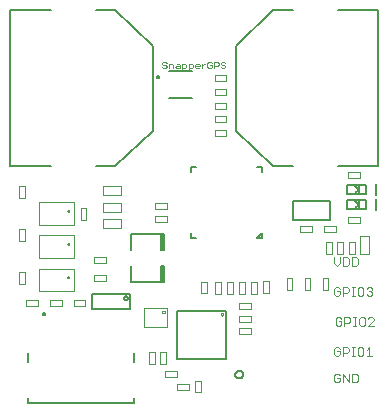
<source format=gbr>
G04 EAGLE Gerber RS-274X export*
G75*
%MOMM*%
%FSLAX34Y34*%
%LPD*%
%INSilkscreen Top*%
%IPPOS*%
%AMOC8*
5,1,8,0,0,1.08239X$1,22.5*%
G01*
%ADD10C,0.050800*%
%ADD11C,0.076200*%
%ADD12C,0.127000*%
%ADD13C,0.203200*%
%ADD14C,0.100000*%
%ADD15C,0.152400*%
%ADD16C,0.200000*%
%ADD17C,0.101600*%


D10*
X133619Y292745D02*
X132687Y293677D01*
X130822Y293677D01*
X129890Y292745D01*
X129890Y291813D01*
X130822Y290881D01*
X132687Y290881D01*
X133619Y289948D01*
X133619Y289016D01*
X132687Y288084D01*
X130822Y288084D01*
X129890Y289016D01*
X135503Y288084D02*
X135503Y291813D01*
X138300Y291813D01*
X139232Y290881D01*
X139232Y288084D01*
X142049Y291813D02*
X143913Y291813D01*
X144845Y290881D01*
X144845Y288084D01*
X142049Y288084D01*
X141116Y289016D01*
X142049Y289948D01*
X144845Y289948D01*
X146729Y291813D02*
X146729Y286220D01*
X146729Y291813D02*
X149526Y291813D01*
X150458Y290881D01*
X150458Y289016D01*
X149526Y288084D01*
X146729Y288084D01*
X152343Y286220D02*
X152343Y291813D01*
X155139Y291813D01*
X156071Y290881D01*
X156071Y289016D01*
X155139Y288084D01*
X152343Y288084D01*
X158888Y288084D02*
X160752Y288084D01*
X158888Y288084D02*
X157956Y289016D01*
X157956Y290881D01*
X158888Y291813D01*
X160752Y291813D01*
X161684Y290881D01*
X161684Y289948D01*
X157956Y289948D01*
X163569Y288084D02*
X163569Y291813D01*
X165433Y291813D02*
X163569Y289948D01*
X165433Y291813D02*
X166365Y291813D01*
X171043Y293677D02*
X171975Y292745D01*
X171043Y293677D02*
X169178Y293677D01*
X168246Y292745D01*
X168246Y289016D01*
X169178Y288084D01*
X171043Y288084D01*
X171975Y289016D01*
X171975Y290881D01*
X170111Y290881D01*
X173859Y288084D02*
X173859Y293677D01*
X176656Y293677D01*
X177588Y292745D01*
X177588Y290881D01*
X176656Y289948D01*
X173859Y289948D01*
X182269Y293677D02*
X183201Y292745D01*
X182269Y293677D02*
X180405Y293677D01*
X179473Y292745D01*
X179473Y291813D01*
X180405Y290881D01*
X182269Y290881D01*
X183201Y289948D01*
X183201Y289016D01*
X182269Y288084D01*
X180405Y288084D01*
X179473Y289016D01*
D11*
X279151Y29597D02*
X280380Y28369D01*
X279151Y29597D02*
X276694Y29597D01*
X275465Y28369D01*
X275465Y23454D01*
X276694Y22225D01*
X279151Y22225D01*
X280380Y23454D01*
X280380Y25911D01*
X277922Y25911D01*
X282949Y22225D02*
X282949Y29597D01*
X287864Y22225D01*
X287864Y29597D01*
X290433Y29597D02*
X290433Y22225D01*
X294119Y22225D01*
X295348Y23454D01*
X295348Y28369D01*
X294119Y29597D01*
X290433Y29597D01*
X280380Y101569D02*
X279151Y102797D01*
X276694Y102797D01*
X275465Y101569D01*
X275465Y96654D01*
X276694Y95425D01*
X279151Y95425D01*
X280380Y96654D01*
X280380Y99111D01*
X277922Y99111D01*
X282949Y95425D02*
X282949Y102797D01*
X286635Y102797D01*
X287864Y101569D01*
X287864Y99111D01*
X286635Y97882D01*
X282949Y97882D01*
X290433Y95425D02*
X292891Y95425D01*
X291662Y95425D02*
X291662Y102797D01*
X290433Y102797D02*
X292891Y102797D01*
X296651Y102797D02*
X299109Y102797D01*
X296651Y102797D02*
X295423Y101569D01*
X295423Y96654D01*
X296651Y95425D01*
X299109Y95425D01*
X300338Y96654D01*
X300338Y101569D01*
X299109Y102797D01*
X302907Y101569D02*
X304136Y102797D01*
X306593Y102797D01*
X307822Y101569D01*
X307822Y100340D01*
X306593Y99111D01*
X305364Y99111D01*
X306593Y99111D02*
X307822Y97882D01*
X307822Y96654D01*
X306593Y95425D01*
X304136Y95425D01*
X302907Y96654D01*
X279151Y51997D02*
X280380Y50769D01*
X279151Y51997D02*
X276694Y51997D01*
X275465Y50769D01*
X275465Y45854D01*
X276694Y44625D01*
X279151Y44625D01*
X280380Y45854D01*
X280380Y48311D01*
X277922Y48311D01*
X282949Y44625D02*
X282949Y51997D01*
X286635Y51997D01*
X287864Y50769D01*
X287864Y48311D01*
X286635Y47082D01*
X282949Y47082D01*
X290433Y44625D02*
X292891Y44625D01*
X291662Y44625D02*
X291662Y51997D01*
X290433Y51997D02*
X292891Y51997D01*
X296651Y51997D02*
X299109Y51997D01*
X296651Y51997D02*
X295423Y50769D01*
X295423Y45854D01*
X296651Y44625D01*
X299109Y44625D01*
X300338Y45854D01*
X300338Y50769D01*
X299109Y51997D01*
X302907Y49540D02*
X305364Y51997D01*
X305364Y44625D01*
X302907Y44625D02*
X307822Y44625D01*
X281650Y76169D02*
X280421Y77397D01*
X277964Y77397D01*
X276735Y76169D01*
X276735Y71254D01*
X277964Y70025D01*
X280421Y70025D01*
X281650Y71254D01*
X281650Y73711D01*
X279192Y73711D01*
X284219Y70025D02*
X284219Y77397D01*
X287905Y77397D01*
X289134Y76169D01*
X289134Y73711D01*
X287905Y72482D01*
X284219Y72482D01*
X291703Y70025D02*
X294161Y70025D01*
X292932Y70025D02*
X292932Y77397D01*
X291703Y77397D02*
X294161Y77397D01*
X297921Y77397D02*
X300379Y77397D01*
X297921Y77397D02*
X296693Y76169D01*
X296693Y71254D01*
X297921Y70025D01*
X300379Y70025D01*
X301608Y71254D01*
X301608Y76169D01*
X300379Y77397D01*
X304177Y70025D02*
X309092Y70025D01*
X304177Y70025D02*
X309092Y74940D01*
X309092Y76169D01*
X307863Y77397D01*
X305406Y77397D01*
X304177Y76169D01*
X275465Y123282D02*
X275465Y128197D01*
X275465Y123282D02*
X277922Y120825D01*
X280380Y123282D01*
X280380Y128197D01*
X282949Y128197D02*
X282949Y120825D01*
X286635Y120825D01*
X287864Y122054D01*
X287864Y126969D01*
X286635Y128197D01*
X282949Y128197D01*
X290433Y128197D02*
X290433Y120825D01*
X294119Y120825D01*
X295348Y122054D01*
X295348Y126969D01*
X294119Y128197D01*
X290433Y128197D01*
X215044Y108106D02*
X215044Y98106D01*
X215044Y108106D02*
X220044Y108106D01*
X220044Y98106D01*
X215044Y98106D01*
X94690Y180650D02*
X79490Y180650D01*
X79490Y188250D01*
X94690Y188250D01*
X94690Y180650D01*
X209900Y106995D02*
X209900Y96995D01*
X204900Y96995D01*
X204900Y106995D01*
X209900Y106995D01*
X268480Y130820D02*
X268480Y140820D01*
X273480Y140820D01*
X273480Y130820D01*
X268480Y130820D01*
X277640Y130820D02*
X277640Y140820D01*
X282640Y140820D01*
X282640Y130820D01*
X277640Y130820D01*
X297700Y131180D02*
X297700Y146380D01*
X305300Y146380D01*
X305300Y131180D01*
X297700Y131180D01*
X199740Y106995D02*
X199740Y96995D01*
X194740Y96995D01*
X194740Y106995D01*
X199740Y106995D01*
X287800Y130820D02*
X287800Y140820D01*
X292800Y140820D01*
X292800Y130820D01*
X287800Y130820D01*
X94690Y166315D02*
X79490Y166315D01*
X79490Y173915D01*
X94690Y173915D01*
X94690Y166315D01*
X94690Y152980D02*
X79490Y152980D01*
X79490Y160580D01*
X94690Y160580D01*
X94690Y152980D01*
X246476Y154673D02*
X256476Y154673D01*
X256476Y149673D01*
X246476Y149673D01*
X246476Y154673D01*
X266916Y149633D02*
X276916Y149633D01*
X266916Y149633D02*
X266916Y154633D01*
X276916Y154633D01*
X276916Y149633D01*
D12*
X240262Y159437D02*
X240262Y175437D01*
X272262Y175437D01*
X272262Y159437D01*
X240262Y159437D01*
D13*
X214440Y144560D02*
X210456Y144560D01*
X214440Y144560D02*
X214440Y148544D01*
X158424Y144560D02*
X154440Y144560D01*
X154440Y148544D01*
X154440Y204560D02*
X158424Y204560D01*
X154440Y204560D02*
X154440Y200576D01*
X210456Y204560D02*
X214440Y204560D01*
X214440Y200576D01*
X214440Y148544D02*
X210456Y144560D01*
D12*
X97465Y93482D02*
X97467Y93561D01*
X97473Y93640D01*
X97483Y93719D01*
X97496Y93797D01*
X97514Y93874D01*
X97536Y93950D01*
X97561Y94025D01*
X97590Y94099D01*
X97622Y94171D01*
X97658Y94241D01*
X97698Y94310D01*
X97741Y94377D01*
X97787Y94441D01*
X97837Y94503D01*
X97889Y94562D01*
X97944Y94619D01*
X98002Y94673D01*
X98063Y94724D01*
X98126Y94771D01*
X98191Y94816D01*
X98259Y94857D01*
X98329Y94895D01*
X98400Y94929D01*
X98473Y94960D01*
X98547Y94987D01*
X98623Y95011D01*
X98700Y95030D01*
X98777Y95046D01*
X98856Y95058D01*
X98934Y95066D01*
X99013Y95070D01*
X99093Y95070D01*
X99172Y95066D01*
X99250Y95058D01*
X99329Y95046D01*
X99406Y95030D01*
X99483Y95011D01*
X99559Y94987D01*
X99633Y94960D01*
X99706Y94929D01*
X99777Y94895D01*
X99847Y94857D01*
X99915Y94816D01*
X99980Y94771D01*
X100043Y94724D01*
X100104Y94673D01*
X100162Y94619D01*
X100217Y94562D01*
X100269Y94503D01*
X100319Y94441D01*
X100365Y94377D01*
X100408Y94310D01*
X100448Y94241D01*
X100484Y94171D01*
X100516Y94099D01*
X100545Y94025D01*
X100570Y93950D01*
X100592Y93874D01*
X100610Y93797D01*
X100623Y93719D01*
X100633Y93640D01*
X100639Y93561D01*
X100641Y93482D01*
X100639Y93403D01*
X100633Y93324D01*
X100623Y93245D01*
X100610Y93167D01*
X100592Y93090D01*
X100570Y93014D01*
X100545Y92939D01*
X100516Y92865D01*
X100484Y92793D01*
X100448Y92723D01*
X100408Y92654D01*
X100365Y92587D01*
X100319Y92523D01*
X100269Y92461D01*
X100217Y92402D01*
X100162Y92345D01*
X100104Y92291D01*
X100043Y92240D01*
X99980Y92193D01*
X99915Y92148D01*
X99847Y92107D01*
X99777Y92069D01*
X99706Y92035D01*
X99633Y92004D01*
X99559Y91977D01*
X99483Y91953D01*
X99406Y91934D01*
X99329Y91918D01*
X99250Y91906D01*
X99172Y91898D01*
X99093Y91894D01*
X99013Y91894D01*
X98934Y91898D01*
X98856Y91906D01*
X98777Y91918D01*
X98700Y91934D01*
X98623Y91953D01*
X98547Y91977D01*
X98473Y92004D01*
X98400Y92035D01*
X98329Y92069D01*
X98259Y92107D01*
X98191Y92148D01*
X98126Y92193D01*
X98063Y92240D01*
X98002Y92291D01*
X97944Y92345D01*
X97889Y92402D01*
X97837Y92461D01*
X97787Y92523D01*
X97741Y92587D01*
X97698Y92654D01*
X97658Y92723D01*
X97622Y92793D01*
X97590Y92865D01*
X97561Y92939D01*
X97536Y93014D01*
X97514Y93090D01*
X97496Y93167D01*
X97483Y93245D01*
X97473Y93324D01*
X97467Y93403D01*
X97465Y93482D01*
X102228Y83957D02*
X70478Y83957D01*
X70478Y96657D01*
X102228Y96657D01*
X102228Y83957D01*
D11*
X132210Y26504D02*
X142210Y26504D01*
X132210Y26504D02*
X132210Y31504D01*
X142210Y31504D01*
X142210Y26504D01*
D14*
X179370Y79755D02*
X179372Y79818D01*
X179378Y79880D01*
X179388Y79942D01*
X179401Y80004D01*
X179419Y80064D01*
X179440Y80123D01*
X179465Y80181D01*
X179494Y80237D01*
X179526Y80291D01*
X179561Y80343D01*
X179599Y80392D01*
X179641Y80440D01*
X179685Y80484D01*
X179733Y80526D01*
X179782Y80564D01*
X179834Y80599D01*
X179888Y80631D01*
X179944Y80660D01*
X180002Y80685D01*
X180061Y80706D01*
X180121Y80724D01*
X180183Y80737D01*
X180245Y80747D01*
X180307Y80753D01*
X180370Y80755D01*
X180433Y80753D01*
X180495Y80747D01*
X180557Y80737D01*
X180619Y80724D01*
X180679Y80706D01*
X180738Y80685D01*
X180796Y80660D01*
X180852Y80631D01*
X180906Y80599D01*
X180958Y80564D01*
X181007Y80526D01*
X181055Y80484D01*
X181099Y80440D01*
X181141Y80392D01*
X181179Y80343D01*
X181214Y80291D01*
X181246Y80237D01*
X181275Y80181D01*
X181300Y80123D01*
X181321Y80064D01*
X181339Y80004D01*
X181352Y79942D01*
X181362Y79880D01*
X181368Y79818D01*
X181370Y79755D01*
X181368Y79692D01*
X181362Y79630D01*
X181352Y79568D01*
X181339Y79506D01*
X181321Y79446D01*
X181300Y79387D01*
X181275Y79329D01*
X181246Y79273D01*
X181214Y79219D01*
X181179Y79167D01*
X181141Y79118D01*
X181099Y79070D01*
X181055Y79026D01*
X181007Y78984D01*
X180958Y78946D01*
X180906Y78911D01*
X180852Y78879D01*
X180796Y78850D01*
X180738Y78825D01*
X180679Y78804D01*
X180619Y78786D01*
X180557Y78773D01*
X180495Y78763D01*
X180433Y78757D01*
X180370Y78755D01*
X180307Y78757D01*
X180245Y78763D01*
X180183Y78773D01*
X180121Y78786D01*
X180061Y78804D01*
X180002Y78825D01*
X179944Y78850D01*
X179888Y78879D01*
X179834Y78911D01*
X179782Y78946D01*
X179733Y78984D01*
X179685Y79026D01*
X179641Y79070D01*
X179599Y79118D01*
X179561Y79167D01*
X179526Y79219D01*
X179494Y79273D01*
X179465Y79329D01*
X179440Y79387D01*
X179419Y79446D01*
X179401Y79506D01*
X179388Y79568D01*
X179378Y79630D01*
X179372Y79692D01*
X179370Y79755D01*
D15*
X142570Y82905D02*
X142570Y41905D01*
X183570Y41905D01*
X183570Y82905D01*
X142570Y82905D01*
D11*
X118660Y47466D02*
X118660Y37466D01*
X118660Y47466D02*
X123660Y47466D01*
X123660Y37466D01*
X118660Y37466D01*
X162570Y23590D02*
X162570Y13590D01*
X157570Y13590D01*
X157570Y23590D01*
X162570Y23590D01*
X152370Y16090D02*
X142370Y16090D01*
X142370Y21090D01*
X152370Y21090D01*
X152370Y16090D01*
X133185Y37466D02*
X133185Y47466D01*
X133185Y37466D02*
X128185Y37466D01*
X128185Y47466D01*
X133185Y47466D01*
X194900Y73240D02*
X204900Y73240D01*
X194900Y73240D02*
X194900Y78240D01*
X204900Y78240D01*
X204900Y73240D01*
X204900Y63080D02*
X194900Y63080D01*
X194900Y68080D01*
X204900Y68080D01*
X204900Y63080D01*
X204900Y84480D02*
X194900Y84480D01*
X194900Y89480D01*
X204900Y89480D01*
X204900Y84480D01*
X189700Y96910D02*
X189700Y106910D01*
X189700Y96910D02*
X184700Y96910D01*
X184700Y106910D01*
X189700Y106910D01*
X163110Y107410D02*
X163110Y97410D01*
X163110Y107410D02*
X168110Y107410D01*
X168110Y97410D01*
X163110Y97410D01*
D12*
X129210Y134380D02*
X129210Y147380D01*
X103210Y147380D01*
X103210Y107380D02*
X129210Y107380D01*
X129210Y120380D01*
X103210Y134380D02*
X103210Y147380D01*
X103210Y120380D02*
X103210Y107380D01*
X130210Y134380D02*
X130210Y147380D01*
X130210Y120380D02*
X130210Y107380D01*
X131210Y134380D02*
X131210Y147380D01*
X131210Y120380D02*
X131210Y107380D01*
X131210Y147380D02*
X129210Y147380D01*
X129210Y134380D02*
X131210Y134380D01*
X131210Y120380D02*
X129210Y120380D01*
X129210Y107380D02*
X131210Y107380D01*
D11*
X134308Y69297D02*
X114308Y69297D01*
X114308Y85297D01*
X134308Y85297D01*
X134308Y69297D01*
X129704Y81797D02*
X129706Y81866D01*
X129712Y81934D01*
X129722Y82002D01*
X129735Y82070D01*
X129753Y82136D01*
X129774Y82202D01*
X129799Y82266D01*
X129828Y82328D01*
X129860Y82389D01*
X129895Y82448D01*
X129934Y82505D01*
X129976Y82559D01*
X130021Y82611D01*
X130069Y82660D01*
X130120Y82707D01*
X130173Y82750D01*
X130228Y82791D01*
X130286Y82828D01*
X130346Y82862D01*
X130408Y82892D01*
X130471Y82919D01*
X130536Y82942D01*
X130602Y82961D01*
X130669Y82977D01*
X130737Y82989D01*
X130805Y82997D01*
X130874Y83001D01*
X130942Y83001D01*
X131011Y82997D01*
X131079Y82989D01*
X131147Y82977D01*
X131214Y82961D01*
X131280Y82942D01*
X131345Y82919D01*
X131408Y82892D01*
X131470Y82862D01*
X131530Y82828D01*
X131588Y82791D01*
X131643Y82750D01*
X131696Y82707D01*
X131747Y82660D01*
X131795Y82611D01*
X131840Y82559D01*
X131882Y82505D01*
X131921Y82448D01*
X131956Y82389D01*
X131988Y82328D01*
X132017Y82266D01*
X132042Y82202D01*
X132063Y82136D01*
X132081Y82070D01*
X132094Y82002D01*
X132104Y81934D01*
X132110Y81866D01*
X132112Y81797D01*
X132110Y81728D01*
X132104Y81660D01*
X132094Y81592D01*
X132081Y81524D01*
X132063Y81458D01*
X132042Y81392D01*
X132017Y81328D01*
X131988Y81266D01*
X131956Y81205D01*
X131921Y81146D01*
X131882Y81089D01*
X131840Y81035D01*
X131795Y80983D01*
X131747Y80934D01*
X131696Y80887D01*
X131643Y80844D01*
X131588Y80803D01*
X131530Y80766D01*
X131470Y80732D01*
X131408Y80702D01*
X131345Y80675D01*
X131280Y80652D01*
X131214Y80633D01*
X131147Y80617D01*
X131079Y80605D01*
X131011Y80597D01*
X130942Y80593D01*
X130874Y80593D01*
X130805Y80597D01*
X130737Y80605D01*
X130669Y80617D01*
X130602Y80633D01*
X130536Y80652D01*
X130471Y80675D01*
X130408Y80702D01*
X130346Y80732D01*
X130286Y80766D01*
X130228Y80803D01*
X130173Y80844D01*
X130120Y80887D01*
X130069Y80934D01*
X130021Y80983D01*
X129976Y81035D01*
X129934Y81089D01*
X129895Y81146D01*
X129860Y81205D01*
X129828Y81266D01*
X129799Y81328D01*
X129774Y81392D01*
X129753Y81458D01*
X129735Y81524D01*
X129722Y81592D01*
X129712Y81660D01*
X129706Y81728D01*
X129704Y81797D01*
X174540Y96910D02*
X174540Y106910D01*
X179540Y106910D01*
X179540Y96910D01*
X174540Y96910D01*
X240150Y100260D02*
X240150Y110260D01*
X240150Y100260D02*
X235150Y100260D01*
X235150Y110260D01*
X240150Y110260D01*
X255390Y110260D02*
X255390Y100260D01*
X250390Y100260D01*
X250390Y110260D01*
X255390Y110260D01*
X270630Y110260D02*
X270630Y100260D01*
X265630Y100260D01*
X265630Y110260D01*
X270630Y110260D01*
X8676Y115244D02*
X8676Y105244D01*
X8676Y115244D02*
X13676Y115244D01*
X13676Y105244D01*
X8676Y105244D01*
X174286Y277068D02*
X184286Y277068D01*
X174286Y277068D02*
X174286Y282068D01*
X184286Y282068D01*
X184286Y277068D01*
D12*
X310635Y177463D02*
X310635Y167938D01*
X296348Y172700D02*
X293173Y175875D01*
X296348Y172700D02*
X293173Y169525D01*
D15*
X296760Y176700D02*
X286760Y176700D01*
X296760Y176700D02*
X302760Y176700D01*
X302760Y168700D01*
X286760Y168700D02*
X286760Y176700D01*
X286760Y168700D02*
X296760Y168700D01*
X302760Y168700D01*
X296760Y168700D02*
X296760Y176700D01*
D12*
X310635Y180638D02*
X310635Y190163D01*
X296348Y185400D02*
X293173Y188575D01*
X296348Y185400D02*
X293173Y182225D01*
D15*
X296760Y189400D02*
X286760Y189400D01*
X296760Y189400D02*
X302760Y189400D01*
X302760Y181400D01*
X286760Y181400D02*
X286760Y189400D01*
X286760Y181400D02*
X296760Y181400D01*
X302760Y181400D01*
X296760Y181400D02*
X296760Y189400D01*
D11*
X133915Y168798D02*
X123915Y168798D01*
X123915Y173798D01*
X133915Y173798D01*
X133915Y168798D01*
X133929Y157804D02*
X123929Y157804D01*
X123929Y162804D01*
X133929Y162804D01*
X133929Y157804D01*
X82470Y112744D02*
X72470Y112744D01*
X82470Y112744D02*
X82470Y107744D01*
X72470Y107744D01*
X72470Y112744D01*
X72216Y123238D02*
X82216Y123238D01*
X72216Y123238D02*
X72216Y128238D01*
X82216Y128238D01*
X82216Y123238D01*
X13676Y178650D02*
X13676Y188650D01*
X13676Y178650D02*
X8676Y178650D01*
X8676Y188650D01*
X13676Y188650D01*
X13676Y152074D02*
X13676Y142074D01*
X8676Y142074D01*
X8676Y152074D01*
X13676Y152074D01*
X60746Y159600D02*
X60746Y169600D01*
X65746Y169600D01*
X65746Y159600D01*
X60746Y159600D01*
X287220Y157500D02*
X297220Y157500D01*
X287220Y157500D02*
X287220Y162500D01*
X297220Y162500D01*
X297220Y157500D01*
X297220Y195600D02*
X287220Y195600D01*
X287220Y200600D01*
X297220Y200600D01*
X297220Y195600D01*
X64888Y87137D02*
X54888Y87137D01*
X54888Y92137D01*
X64888Y92137D01*
X64888Y87137D01*
X174207Y247539D02*
X184207Y247539D01*
X184207Y242539D01*
X174207Y242539D01*
X174207Y247539D01*
X174207Y258969D02*
X184207Y258969D01*
X184207Y253969D01*
X174207Y253969D01*
X174207Y258969D01*
X174207Y231109D02*
X184207Y231109D01*
X174207Y231109D02*
X174207Y236109D01*
X184207Y236109D01*
X184207Y231109D01*
X184207Y265399D02*
X174207Y265399D01*
X174207Y270399D01*
X184207Y270399D01*
X184207Y265399D01*
X24479Y87030D02*
X14479Y87030D01*
X14479Y92030D01*
X24479Y92030D01*
X24479Y87030D01*
X34838Y92040D02*
X44838Y92040D01*
X44838Y87040D01*
X34838Y87040D01*
X34838Y92040D01*
D12*
X105660Y46814D02*
X105660Y39164D01*
X105660Y8564D02*
X105660Y4364D01*
X16260Y4364D01*
X16260Y8564D01*
X16260Y39164D02*
X16260Y46814D01*
D16*
X28960Y79864D02*
X28962Y79927D01*
X28968Y79989D01*
X28978Y80051D01*
X28991Y80113D01*
X29009Y80173D01*
X29030Y80232D01*
X29055Y80290D01*
X29084Y80346D01*
X29116Y80400D01*
X29151Y80452D01*
X29189Y80501D01*
X29231Y80549D01*
X29275Y80593D01*
X29323Y80635D01*
X29372Y80673D01*
X29424Y80708D01*
X29478Y80740D01*
X29534Y80769D01*
X29592Y80794D01*
X29651Y80815D01*
X29711Y80833D01*
X29773Y80846D01*
X29835Y80856D01*
X29897Y80862D01*
X29960Y80864D01*
X30023Y80862D01*
X30085Y80856D01*
X30147Y80846D01*
X30209Y80833D01*
X30269Y80815D01*
X30328Y80794D01*
X30386Y80769D01*
X30442Y80740D01*
X30496Y80708D01*
X30548Y80673D01*
X30597Y80635D01*
X30645Y80593D01*
X30689Y80549D01*
X30731Y80501D01*
X30769Y80452D01*
X30804Y80400D01*
X30836Y80346D01*
X30865Y80290D01*
X30890Y80232D01*
X30911Y80173D01*
X30929Y80113D01*
X30942Y80051D01*
X30952Y79989D01*
X30958Y79927D01*
X30960Y79864D01*
X30958Y79801D01*
X30952Y79739D01*
X30942Y79677D01*
X30929Y79615D01*
X30911Y79555D01*
X30890Y79496D01*
X30865Y79438D01*
X30836Y79382D01*
X30804Y79328D01*
X30769Y79276D01*
X30731Y79227D01*
X30689Y79179D01*
X30645Y79135D01*
X30597Y79093D01*
X30548Y79055D01*
X30496Y79020D01*
X30442Y78988D01*
X30386Y78959D01*
X30328Y78934D01*
X30269Y78913D01*
X30209Y78895D01*
X30147Y78882D01*
X30085Y78872D01*
X30023Y78866D01*
X29960Y78864D01*
X29897Y78866D01*
X29835Y78872D01*
X29773Y78882D01*
X29711Y78895D01*
X29651Y78913D01*
X29592Y78934D01*
X29534Y78959D01*
X29478Y78988D01*
X29424Y79020D01*
X29372Y79055D01*
X29323Y79093D01*
X29275Y79135D01*
X29231Y79179D01*
X29189Y79227D01*
X29151Y79276D01*
X29116Y79328D01*
X29084Y79382D01*
X29055Y79438D01*
X29030Y79496D01*
X29009Y79555D01*
X28991Y79615D01*
X28978Y79677D01*
X28968Y79739D01*
X28962Y79801D01*
X28960Y79864D01*
D17*
X49379Y111174D02*
X49381Y111227D01*
X49387Y111279D01*
X49397Y111331D01*
X49410Y111382D01*
X49428Y111432D01*
X49449Y111481D01*
X49474Y111528D01*
X49502Y111572D01*
X49533Y111615D01*
X49568Y111655D01*
X49605Y111692D01*
X49645Y111727D01*
X49688Y111758D01*
X49733Y111786D01*
X49779Y111811D01*
X49828Y111832D01*
X49878Y111850D01*
X49929Y111863D01*
X49981Y111873D01*
X50033Y111879D01*
X50086Y111881D01*
X50139Y111879D01*
X50191Y111873D01*
X50243Y111863D01*
X50294Y111850D01*
X50344Y111832D01*
X50393Y111811D01*
X50440Y111786D01*
X50484Y111758D01*
X50527Y111727D01*
X50567Y111692D01*
X50604Y111655D01*
X50639Y111615D01*
X50670Y111572D01*
X50698Y111527D01*
X50723Y111481D01*
X50744Y111432D01*
X50762Y111382D01*
X50775Y111331D01*
X50785Y111279D01*
X50791Y111227D01*
X50793Y111174D01*
X50791Y111121D01*
X50785Y111069D01*
X50775Y111017D01*
X50762Y110966D01*
X50744Y110916D01*
X50723Y110867D01*
X50698Y110820D01*
X50670Y110776D01*
X50639Y110733D01*
X50604Y110693D01*
X50567Y110656D01*
X50527Y110621D01*
X50484Y110590D01*
X50439Y110562D01*
X50393Y110537D01*
X50344Y110516D01*
X50294Y110498D01*
X50243Y110485D01*
X50191Y110475D01*
X50139Y110469D01*
X50086Y110467D01*
X50033Y110469D01*
X49981Y110475D01*
X49929Y110485D01*
X49878Y110498D01*
X49828Y110516D01*
X49779Y110537D01*
X49732Y110562D01*
X49688Y110590D01*
X49645Y110621D01*
X49605Y110656D01*
X49568Y110693D01*
X49533Y110733D01*
X49502Y110776D01*
X49474Y110821D01*
X49449Y110867D01*
X49428Y110916D01*
X49410Y110966D01*
X49397Y111017D01*
X49387Y111069D01*
X49381Y111121D01*
X49379Y111174D01*
X55386Y99474D02*
X25386Y99474D01*
X25386Y118474D01*
X55386Y118474D02*
X55386Y99474D01*
X55386Y118474D02*
X25386Y118474D01*
D12*
X191766Y28894D02*
X191768Y29009D01*
X191774Y29123D01*
X191784Y29237D01*
X191798Y29351D01*
X191816Y29464D01*
X191837Y29577D01*
X191863Y29689D01*
X191893Y29799D01*
X191926Y29909D01*
X191963Y30017D01*
X192004Y30124D01*
X192048Y30230D01*
X192097Y30334D01*
X192148Y30436D01*
X192204Y30537D01*
X192262Y30635D01*
X192324Y30731D01*
X192390Y30826D01*
X192459Y30917D01*
X192530Y31007D01*
X192605Y31094D01*
X192683Y31178D01*
X192764Y31259D01*
X192847Y31338D01*
X192933Y31413D01*
X193022Y31486D01*
X193113Y31555D01*
X193207Y31621D01*
X193303Y31684D01*
X193400Y31744D01*
X193500Y31800D01*
X193602Y31853D01*
X193706Y31902D01*
X193811Y31947D01*
X193918Y31989D01*
X194026Y32027D01*
X194135Y32062D01*
X194246Y32092D01*
X194357Y32119D01*
X194470Y32141D01*
X194583Y32160D01*
X194696Y32175D01*
X194810Y32186D01*
X194925Y32193D01*
X195039Y32196D01*
X195154Y32195D01*
X195268Y32190D01*
X195383Y32181D01*
X195497Y32168D01*
X195610Y32151D01*
X195723Y32130D01*
X195835Y32106D01*
X195946Y32077D01*
X196056Y32045D01*
X196164Y32009D01*
X196272Y31969D01*
X196378Y31925D01*
X196482Y31878D01*
X196585Y31827D01*
X196686Y31773D01*
X196785Y31715D01*
X196882Y31653D01*
X196976Y31589D01*
X197069Y31521D01*
X197159Y31450D01*
X197246Y31376D01*
X197331Y31299D01*
X197413Y31219D01*
X197492Y31136D01*
X197569Y31050D01*
X197642Y30962D01*
X197712Y30872D01*
X197779Y30779D01*
X197843Y30684D01*
X197903Y30586D01*
X197960Y30487D01*
X198014Y30385D01*
X198064Y30282D01*
X198110Y30177D01*
X198153Y30071D01*
X198192Y29963D01*
X198227Y29854D01*
X198259Y29744D01*
X198286Y29633D01*
X198310Y29521D01*
X198330Y29408D01*
X198346Y29294D01*
X198358Y29180D01*
X198366Y29066D01*
X198370Y28951D01*
X198370Y28837D01*
X198366Y28722D01*
X198358Y28608D01*
X198346Y28494D01*
X198330Y28380D01*
X198310Y28267D01*
X198286Y28155D01*
X198259Y28044D01*
X198227Y27934D01*
X198192Y27825D01*
X198153Y27717D01*
X198110Y27611D01*
X198064Y27506D01*
X198014Y27403D01*
X197960Y27301D01*
X197903Y27202D01*
X197843Y27104D01*
X197779Y27009D01*
X197712Y26916D01*
X197642Y26826D01*
X197569Y26738D01*
X197492Y26652D01*
X197413Y26569D01*
X197331Y26489D01*
X197246Y26412D01*
X197159Y26338D01*
X197069Y26267D01*
X196976Y26199D01*
X196882Y26135D01*
X196785Y26073D01*
X196686Y26015D01*
X196585Y25961D01*
X196482Y25910D01*
X196378Y25863D01*
X196272Y25819D01*
X196164Y25779D01*
X196056Y25743D01*
X195946Y25711D01*
X195835Y25682D01*
X195723Y25658D01*
X195610Y25637D01*
X195497Y25620D01*
X195383Y25607D01*
X195268Y25598D01*
X195154Y25593D01*
X195039Y25592D01*
X194925Y25595D01*
X194810Y25602D01*
X194696Y25613D01*
X194583Y25628D01*
X194470Y25647D01*
X194357Y25669D01*
X194246Y25696D01*
X194135Y25726D01*
X194026Y25761D01*
X193918Y25799D01*
X193811Y25841D01*
X193706Y25886D01*
X193602Y25935D01*
X193500Y25988D01*
X193400Y26044D01*
X193303Y26104D01*
X193207Y26167D01*
X193113Y26233D01*
X193022Y26302D01*
X192933Y26375D01*
X192847Y26450D01*
X192764Y26529D01*
X192683Y26610D01*
X192605Y26694D01*
X192530Y26781D01*
X192459Y26871D01*
X192390Y26962D01*
X192324Y27057D01*
X192262Y27153D01*
X192204Y27251D01*
X192148Y27352D01*
X192097Y27454D01*
X192048Y27558D01*
X192004Y27664D01*
X191963Y27771D01*
X191926Y27879D01*
X191893Y27989D01*
X191863Y28099D01*
X191837Y28211D01*
X191816Y28324D01*
X191798Y28437D01*
X191784Y28551D01*
X191774Y28665D01*
X191768Y28779D01*
X191766Y28894D01*
D17*
X49633Y139368D02*
X49635Y139421D01*
X49641Y139473D01*
X49651Y139525D01*
X49664Y139576D01*
X49682Y139626D01*
X49703Y139675D01*
X49728Y139722D01*
X49756Y139766D01*
X49787Y139809D01*
X49822Y139849D01*
X49859Y139886D01*
X49899Y139921D01*
X49942Y139952D01*
X49987Y139980D01*
X50033Y140005D01*
X50082Y140026D01*
X50132Y140044D01*
X50183Y140057D01*
X50235Y140067D01*
X50287Y140073D01*
X50340Y140075D01*
X50393Y140073D01*
X50445Y140067D01*
X50497Y140057D01*
X50548Y140044D01*
X50598Y140026D01*
X50647Y140005D01*
X50694Y139980D01*
X50738Y139952D01*
X50781Y139921D01*
X50821Y139886D01*
X50858Y139849D01*
X50893Y139809D01*
X50924Y139766D01*
X50952Y139721D01*
X50977Y139675D01*
X50998Y139626D01*
X51016Y139576D01*
X51029Y139525D01*
X51039Y139473D01*
X51045Y139421D01*
X51047Y139368D01*
X51045Y139315D01*
X51039Y139263D01*
X51029Y139211D01*
X51016Y139160D01*
X50998Y139110D01*
X50977Y139061D01*
X50952Y139014D01*
X50924Y138970D01*
X50893Y138927D01*
X50858Y138887D01*
X50821Y138850D01*
X50781Y138815D01*
X50738Y138784D01*
X50693Y138756D01*
X50647Y138731D01*
X50598Y138710D01*
X50548Y138692D01*
X50497Y138679D01*
X50445Y138669D01*
X50393Y138663D01*
X50340Y138661D01*
X50287Y138663D01*
X50235Y138669D01*
X50183Y138679D01*
X50132Y138692D01*
X50082Y138710D01*
X50033Y138731D01*
X49986Y138756D01*
X49942Y138784D01*
X49899Y138815D01*
X49859Y138850D01*
X49822Y138887D01*
X49787Y138927D01*
X49756Y138970D01*
X49728Y139015D01*
X49703Y139061D01*
X49682Y139110D01*
X49664Y139160D01*
X49651Y139211D01*
X49641Y139263D01*
X49635Y139315D01*
X49633Y139368D01*
X55640Y127668D02*
X25640Y127668D01*
X25640Y146668D01*
X55640Y146668D02*
X55640Y127668D01*
X55640Y146668D02*
X25640Y146668D01*
X49633Y167308D02*
X49635Y167361D01*
X49641Y167413D01*
X49651Y167465D01*
X49664Y167516D01*
X49682Y167566D01*
X49703Y167615D01*
X49728Y167662D01*
X49756Y167706D01*
X49787Y167749D01*
X49822Y167789D01*
X49859Y167826D01*
X49899Y167861D01*
X49942Y167892D01*
X49987Y167920D01*
X50033Y167945D01*
X50082Y167966D01*
X50132Y167984D01*
X50183Y167997D01*
X50235Y168007D01*
X50287Y168013D01*
X50340Y168015D01*
X50393Y168013D01*
X50445Y168007D01*
X50497Y167997D01*
X50548Y167984D01*
X50598Y167966D01*
X50647Y167945D01*
X50694Y167920D01*
X50738Y167892D01*
X50781Y167861D01*
X50821Y167826D01*
X50858Y167789D01*
X50893Y167749D01*
X50924Y167706D01*
X50952Y167661D01*
X50977Y167615D01*
X50998Y167566D01*
X51016Y167516D01*
X51029Y167465D01*
X51039Y167413D01*
X51045Y167361D01*
X51047Y167308D01*
X51045Y167255D01*
X51039Y167203D01*
X51029Y167151D01*
X51016Y167100D01*
X50998Y167050D01*
X50977Y167001D01*
X50952Y166954D01*
X50924Y166910D01*
X50893Y166867D01*
X50858Y166827D01*
X50821Y166790D01*
X50781Y166755D01*
X50738Y166724D01*
X50693Y166696D01*
X50647Y166671D01*
X50598Y166650D01*
X50548Y166632D01*
X50497Y166619D01*
X50445Y166609D01*
X50393Y166603D01*
X50340Y166601D01*
X50287Y166603D01*
X50235Y166609D01*
X50183Y166619D01*
X50132Y166632D01*
X50082Y166650D01*
X50033Y166671D01*
X49986Y166696D01*
X49942Y166724D01*
X49899Y166755D01*
X49859Y166790D01*
X49822Y166827D01*
X49787Y166867D01*
X49756Y166910D01*
X49728Y166955D01*
X49703Y167001D01*
X49682Y167050D01*
X49664Y167100D01*
X49651Y167151D01*
X49641Y167203D01*
X49635Y167255D01*
X49633Y167308D01*
X55640Y155608D02*
X25640Y155608D01*
X25640Y174608D01*
X55640Y174608D02*
X55640Y155608D01*
X55640Y174608D02*
X25640Y174608D01*
D16*
X125449Y280876D02*
X125451Y280939D01*
X125457Y281001D01*
X125467Y281063D01*
X125480Y281125D01*
X125498Y281185D01*
X125519Y281244D01*
X125544Y281302D01*
X125573Y281358D01*
X125605Y281412D01*
X125640Y281464D01*
X125678Y281513D01*
X125720Y281561D01*
X125764Y281605D01*
X125812Y281647D01*
X125861Y281685D01*
X125913Y281720D01*
X125967Y281752D01*
X126023Y281781D01*
X126081Y281806D01*
X126140Y281827D01*
X126200Y281845D01*
X126262Y281858D01*
X126324Y281868D01*
X126386Y281874D01*
X126449Y281876D01*
X126512Y281874D01*
X126574Y281868D01*
X126636Y281858D01*
X126698Y281845D01*
X126758Y281827D01*
X126817Y281806D01*
X126875Y281781D01*
X126931Y281752D01*
X126985Y281720D01*
X127037Y281685D01*
X127086Y281647D01*
X127134Y281605D01*
X127178Y281561D01*
X127220Y281513D01*
X127258Y281464D01*
X127293Y281412D01*
X127325Y281358D01*
X127354Y281302D01*
X127379Y281244D01*
X127400Y281185D01*
X127418Y281125D01*
X127431Y281063D01*
X127441Y281001D01*
X127447Y280939D01*
X127449Y280876D01*
X127447Y280813D01*
X127441Y280751D01*
X127431Y280689D01*
X127418Y280627D01*
X127400Y280567D01*
X127379Y280508D01*
X127354Y280450D01*
X127325Y280394D01*
X127293Y280340D01*
X127258Y280288D01*
X127220Y280239D01*
X127178Y280191D01*
X127134Y280147D01*
X127086Y280105D01*
X127037Y280067D01*
X126985Y280032D01*
X126931Y280000D01*
X126875Y279971D01*
X126817Y279946D01*
X126758Y279925D01*
X126698Y279907D01*
X126636Y279894D01*
X126574Y279884D01*
X126512Y279878D01*
X126449Y279876D01*
X126386Y279878D01*
X126324Y279884D01*
X126262Y279894D01*
X126200Y279907D01*
X126140Y279925D01*
X126081Y279946D01*
X126023Y279971D01*
X125967Y280000D01*
X125913Y280032D01*
X125861Y280067D01*
X125812Y280105D01*
X125764Y280147D01*
X125720Y280191D01*
X125678Y280239D01*
X125640Y280288D01*
X125605Y280340D01*
X125573Y280394D01*
X125544Y280450D01*
X125519Y280508D01*
X125498Y280567D01*
X125480Y280627D01*
X125467Y280689D01*
X125457Y280751D01*
X125451Y280813D01*
X125449Y280876D01*
D12*
X135549Y285676D02*
X155549Y285676D01*
X155549Y263076D02*
X135549Y263076D01*
X35400Y204950D02*
X1050Y204950D01*
X1050Y337050D01*
X35400Y337050D01*
X73600Y204950D02*
X90200Y204950D01*
X121750Y235300D01*
X121750Y306700D01*
X90200Y337050D01*
X73600Y337050D01*
X278600Y337050D02*
X312950Y337050D01*
X312950Y204950D01*
X278600Y204950D01*
X240400Y337050D02*
X223800Y337050D01*
X192250Y306700D01*
X192250Y235300D01*
X223800Y204950D01*
X240400Y204950D01*
M02*

</source>
